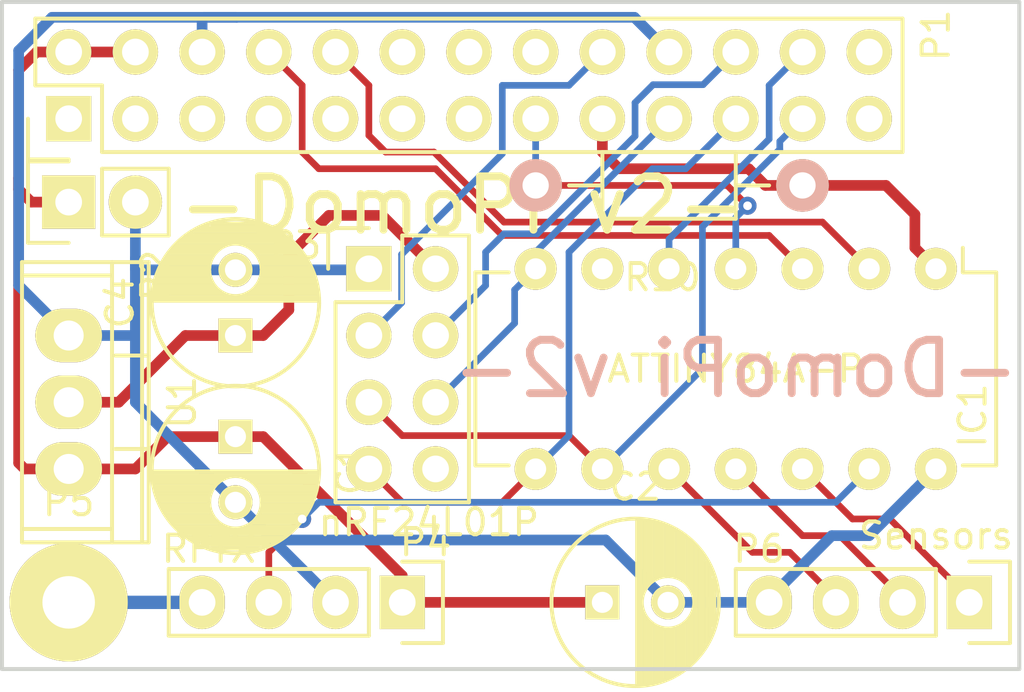
<source format=kicad_pcb>
(kicad_pcb (version 4) (host pcbnew 4.0.2+dfsg1-2~bpo8+1-stable)

  (general
    (links 38)
    (no_connects 2)
    (area 66.841 25.230285 107.439001 54.959)
    (thickness 1.6)
    (drawings 6)
    (tracks 151)
    (zones 0)
    (modules 12)
    (nets 19)
  )

  (page A4)
  (layers
    (0 Top signal)
    (31 Bottom signal)
    (36 B.SilkS user)
    (37 F.SilkS user)
    (38 B.Mask user)
    (39 F.Mask user)
    (42 Eco1.User user hide)
    (43 Eco2.User user hide)
    (44 Edge.Cuts user)
    (48 B.Fab user hide)
    (49 F.Fab user hide)
  )

  (setup
    (last_trace_width 0.254)
    (trace_clearance 0.1524)
    (zone_clearance 0.508)
    (zone_45_only no)
    (trace_min 0.1524)
    (segment_width 0.2)
    (edge_width 0.15)
    (via_size 0.6858)
    (via_drill 0.3302)
    (via_min_size 0.6858)
    (via_min_drill 0.3302)
    (uvia_size 0.762)
    (uvia_drill 0.508)
    (uvias_allowed no)
    (uvia_min_size 0)
    (uvia_min_drill 0)
    (pcb_text_width 0.3)
    (pcb_text_size 1.5 1.5)
    (mod_edge_width 0.15)
    (mod_text_size 1 1)
    (mod_text_width 0.15)
    (pad_size 3 3)
    (pad_drill 2)
    (pad_to_mask_clearance 0.2)
    (aux_axis_origin 0 0)
    (visible_elements FFFFFF7F)
    (pcbplotparams
      (layerselection 0x010f0_80000001)
      (usegerberextensions true)
      (excludeedgelayer true)
      (linewidth 0.100000)
      (plotframeref false)
      (viasonmask false)
      (mode 1)
      (useauxorigin false)
      (hpglpennumber 1)
      (hpglpenspeed 20)
      (hpglpendiameter 15)
      (hpglpenoverlay 2)
      (psnegative false)
      (psa4output false)
      (plotreference true)
      (plotvalue true)
      (plotinvisibletext false)
      (padsonsilk false)
      (subtractmaskfromsilk false)
      (outputformat 1)
      (mirror false)
      (drillshape 0)
      (scaleselection 1)
      (outputdirectory ""))
  )

  (net 0 "")
  (net 1 GND)
  (net 2 +3V3)
  (net 3 +5V)
  (net 4 CE)
  (net 5 SS0)
  (net 6 SCK)
  (net 7 MOSI)
  (net 8 MISO)
  (net 9 /RF433-OUT)
  (net 10 Tiny-RESET)
  (net 11 TX)
  (net 12 SS1)
  (net 13 RX)
  (net 14 /ADC3)
  (net 15 /ADC2)
  (net 16 /ADC1)
  (net 17 /ANT)
  (net 18 /NRF-VCC)

  (net_class Default "This is the default net class."
    (clearance 0.1524)
    (trace_width 0.254)
    (via_dia 0.6858)
    (via_drill 0.3302)
    (uvia_dia 0.762)
    (uvia_drill 0.508)
    (add_net /ADC1)
    (add_net /ADC2)
    (add_net /ADC3)
    (add_net /RF433-OUT)
    (add_net CE)
    (add_net MISO)
    (add_net MOSI)
    (add_net RX)
    (add_net SCK)
    (add_net SS0)
    (add_net SS1)
    (add_net TX)
    (add_net Tiny-RESET)
  )

  (net_class ANT ""
    (clearance 0.254)
    (trace_width 0.508)
    (via_dia 0.6858)
    (via_drill 0.3302)
    (uvia_dia 0.762)
    (uvia_drill 0.508)
    (add_net /ANT)
  )

  (net_class Power ""
    (clearance 0.254)
    (trace_width 0.4064)
    (via_dia 0.6858)
    (via_drill 0.3302)
    (uvia_dia 0.762)
    (uvia_drill 0.508)
    (add_net +3V3)
    (add_net +5V)
    (add_net /NRF-VCC)
    (add_net GND)
  )

  (module Socket_Strips:Socket_Strip_Straight_1x04 (layer Top) (tedit 560CF96E) (tstamp 560BFC1B)
    (at 83.82 48.26 180)
    (descr "Through hole socket strip")
    (tags "socket strip")
    (path /560D0649)
    (fp_text reference P4 (at -0.889 2.286 180) (layer F.SilkS)
      (effects (font (size 1 1) (thickness 0.15)))
    )
    (fp_text value RFTX (at 7.366 2.032 180) (layer F.SilkS)
      (effects (font (size 1 1) (thickness 0.15)))
    )
    (fp_line (start -1.75 -1.75) (end -1.75 1.75) (layer F.CrtYd) (width 0.05))
    (fp_line (start 9.4 -1.75) (end 9.4 1.75) (layer F.CrtYd) (width 0.05))
    (fp_line (start -1.75 -1.75) (end 9.4 -1.75) (layer F.CrtYd) (width 0.05))
    (fp_line (start -1.75 1.75) (end 9.4 1.75) (layer F.CrtYd) (width 0.05))
    (fp_line (start 1.27 -1.27) (end 8.89 -1.27) (layer F.SilkS) (width 0.15))
    (fp_line (start 1.27 1.27) (end 8.89 1.27) (layer F.SilkS) (width 0.15))
    (fp_line (start -1.55 1.55) (end 0 1.55) (layer F.SilkS) (width 0.15))
    (fp_line (start 8.89 -1.27) (end 8.89 1.27) (layer F.SilkS) (width 0.15))
    (fp_line (start 1.27 1.27) (end 1.27 -1.27) (layer F.SilkS) (width 0.15))
    (fp_line (start 0 -1.55) (end -1.55 -1.55) (layer F.SilkS) (width 0.15))
    (fp_line (start -1.55 -1.55) (end -1.55 1.55) (layer F.SilkS) (width 0.15))
    (pad 1 thru_hole rect (at 0 0 180) (size 1.7272 2.032) (drill 1.016) (layers *.Cu *.Mask F.SilkS)
      (net 3 +5V))
    (pad 2 thru_hole oval (at 2.54 0 180) (size 1.7272 2.032) (drill 1.016) (layers *.Cu *.Mask F.SilkS)
      (net 1 GND))
    (pad 3 thru_hole oval (at 5.08 0 180) (size 1.7272 2.032) (drill 1.016) (layers *.Cu *.Mask F.SilkS)
      (net 9 /RF433-OUT))
    (pad 4 thru_hole oval (at 7.62 0 180) (size 1.7272 2.032) (drill 1.016) (layers *.Cu *.Mask F.SilkS)
      (net 17 /ANT))
    (model Socket_Strips.3dshapes/Socket_Strip_Straight_1x04.wrl
      (at (xyz 0.15 0 0))
      (scale (xyz 1 1 1))
      (rotate (xyz 0 0 180))
    )
  )

  (module Pin_Headers:Pin_Header_Straight_1x02 (layer Top) (tedit 560CF25E) (tstamp 560BDFE5)
    (at 71.12 33.02 90)
    (descr "Through hole pin header")
    (tags "pin header")
    (path /560C2BF5)
    (fp_text reference P2 (at -2.794 3.302 90) (layer F.SilkS)
      (effects (font (size 1 1) (thickness 0.15)))
    )
    (fp_text value CONN_01X02 (at 0 -3.1 90) (layer F.Fab) hide
      (effects (font (size 1 1) (thickness 0.15)))
    )
    (fp_line (start 1.27 1.27) (end 1.27 3.81) (layer F.SilkS) (width 0.15))
    (fp_line (start 1.55 -1.55) (end 1.55 0) (layer F.SilkS) (width 0.15))
    (fp_line (start -1.75 -1.75) (end -1.75 4.3) (layer F.CrtYd) (width 0.05))
    (fp_line (start 1.75 -1.75) (end 1.75 4.3) (layer F.CrtYd) (width 0.05))
    (fp_line (start -1.75 -1.75) (end 1.75 -1.75) (layer F.CrtYd) (width 0.05))
    (fp_line (start -1.75 4.3) (end 1.75 4.3) (layer F.CrtYd) (width 0.05))
    (fp_line (start 1.27 1.27) (end -1.27 1.27) (layer F.SilkS) (width 0.15))
    (fp_line (start -1.55 0) (end -1.55 -1.55) (layer F.SilkS) (width 0.15))
    (fp_line (start -1.55 -1.55) (end 1.55 -1.55) (layer F.SilkS) (width 0.15))
    (fp_line (start -1.27 1.27) (end -1.27 3.81) (layer F.SilkS) (width 0.15))
    (fp_line (start -1.27 3.81) (end 1.27 3.81) (layer F.SilkS) (width 0.15))
    (pad 1 thru_hole rect (at 0 0 90) (size 2.032 2.032) (drill 1.016) (layers *.Cu *.Mask F.SilkS)
      (net 3 +5V))
    (pad 2 thru_hole oval (at 0 2.54 90) (size 2.032 2.032) (drill 1.016) (layers *.Cu *.Mask F.SilkS)
      (net 1 GND))
    (model Pin_Headers.3dshapes/Pin_Header_Straight_1x02.wrl
      (at (xyz 0 -0.05 0))
      (scale (xyz 1 1 1))
      (rotate (xyz 0 0 90))
    )
  )

  (module Housings_DIP:DIP-14_W7.62mm (layer Top) (tedit 560CF929) (tstamp 560BE100)
    (at 104.14 35.56 270)
    (descr "14-lead dip package, row spacing 7.62 mm (300 mils)")
    (tags "dil dip 2.54 300")
    (path /560BE23A)
    (fp_text reference IC1 (at 5.588 -1.397 270) (layer F.SilkS)
      (effects (font (size 1 1) (thickness 0.15)))
    )
    (fp_text value ATTINY84A-P (at 3.81 7.62 360) (layer F.SilkS)
      (effects (font (size 1 1) (thickness 0.15)))
    )
    (fp_line (start -1.05 -2.45) (end -1.05 17.7) (layer F.CrtYd) (width 0.05))
    (fp_line (start 8.65 -2.45) (end 8.65 17.7) (layer F.CrtYd) (width 0.05))
    (fp_line (start -1.05 -2.45) (end 8.65 -2.45) (layer F.CrtYd) (width 0.05))
    (fp_line (start -1.05 17.7) (end 8.65 17.7) (layer F.CrtYd) (width 0.05))
    (fp_line (start 0.135 -2.295) (end 0.135 -1.025) (layer F.SilkS) (width 0.15))
    (fp_line (start 7.485 -2.295) (end 7.485 -1.025) (layer F.SilkS) (width 0.15))
    (fp_line (start 7.485 17.535) (end 7.485 16.265) (layer F.SilkS) (width 0.15))
    (fp_line (start 0.135 17.535) (end 0.135 16.265) (layer F.SilkS) (width 0.15))
    (fp_line (start 0.135 -2.295) (end 7.485 -2.295) (layer F.SilkS) (width 0.15))
    (fp_line (start 0.135 17.535) (end 7.485 17.535) (layer F.SilkS) (width 0.15))
    (fp_line (start 0.135 -1.025) (end -0.8 -1.025) (layer F.SilkS) (width 0.15))
    (pad 1 thru_hole oval (at 0 0 270) (size 1.6 1.6) (drill 0.8) (layers *.Cu *.Mask F.SilkS)
      (net 2 +3V3))
    (pad 2 thru_hole oval (at 0 2.54 270) (size 1.6 1.6) (drill 0.8) (layers *.Cu *.Mask F.SilkS)
      (net 13 RX))
    (pad 3 thru_hole oval (at 0 5.08 270) (size 1.6 1.6) (drill 0.8) (layers *.Cu *.Mask F.SilkS)
      (net 11 TX))
    (pad 4 thru_hole oval (at 0 7.62 270) (size 1.6 1.6) (drill 0.8) (layers *.Cu *.Mask F.SilkS)
      (net 10 Tiny-RESET))
    (pad 5 thru_hole oval (at 0 10.16 270) (size 1.6 1.6) (drill 0.8) (layers *.Cu *.Mask F.SilkS)
      (net 12 SS1))
    (pad 6 thru_hole oval (at 0 12.7 270) (size 1.6 1.6) (drill 0.8) (layers *.Cu *.Mask F.SilkS))
    (pad 7 thru_hole oval (at 0 15.24 270) (size 1.6 1.6) (drill 0.8) (layers *.Cu *.Mask F.SilkS)
      (net 7 MOSI))
    (pad 8 thru_hole oval (at 7.62 15.24 270) (size 1.6 1.6) (drill 0.8) (layers *.Cu *.Mask F.SilkS)
      (net 8 MISO))
    (pad 9 thru_hole oval (at 7.62 12.7 270) (size 1.6 1.6) (drill 0.8) (layers *.Cu *.Mask F.SilkS)
      (net 6 SCK))
    (pad 10 thru_hole oval (at 7.62 10.16 270) (size 1.6 1.6) (drill 0.8) (layers *.Cu *.Mask F.SilkS)
      (net 14 /ADC3))
    (pad 11 thru_hole oval (at 7.62 7.62 270) (size 1.6 1.6) (drill 0.8) (layers *.Cu *.Mask F.SilkS)
      (net 15 /ADC2))
    (pad 12 thru_hole oval (at 7.62 5.08 270) (size 1.6 1.6) (drill 0.8) (layers *.Cu *.Mask F.SilkS)
      (net 16 /ADC1))
    (pad 13 thru_hole oval (at 7.62 2.54 270) (size 1.6 1.6) (drill 0.8) (layers *.Cu *.Mask F.SilkS)
      (net 9 /RF433-OUT))
    (pad 14 thru_hole oval (at 7.62 0 270) (size 1.6 1.6) (drill 0.8) (layers *.Cu *.Mask F.SilkS)
      (net 1 GND))
    (model Housings_DIP.3dshapes/DIP-14_W7.62mm.wrl
      (at (xyz 0 0 0))
      (scale (xyz 1 1 1))
      (rotate (xyz 0 0 0))
    )
  )

  (module Pin_Headers:Pin_Header_Straight_2x04 (layer Top) (tedit 560CF95F) (tstamp 560BFE6B)
    (at 82.55 35.56)
    (descr "Through hole pin header")
    (tags "pin header")
    (path /560BE537)
    (fp_text reference P3 (at -2.794 -0.889) (layer F.SilkS)
      (effects (font (size 1 1) (thickness 0.15)))
    )
    (fp_text value nRF24L01P (at 2.286 9.652) (layer F.SilkS)
      (effects (font (size 1 1) (thickness 0.15)))
    )
    (fp_line (start -1.75 -1.75) (end -1.75 9.4) (layer F.CrtYd) (width 0.05))
    (fp_line (start 4.3 -1.75) (end 4.3 9.4) (layer F.CrtYd) (width 0.05))
    (fp_line (start -1.75 -1.75) (end 4.3 -1.75) (layer F.CrtYd) (width 0.05))
    (fp_line (start -1.75 9.4) (end 4.3 9.4) (layer F.CrtYd) (width 0.05))
    (fp_line (start -1.27 1.27) (end -1.27 8.89) (layer F.SilkS) (width 0.15))
    (fp_line (start -1.27 8.89) (end 3.81 8.89) (layer F.SilkS) (width 0.15))
    (fp_line (start 3.81 8.89) (end 3.81 -1.27) (layer F.SilkS) (width 0.15))
    (fp_line (start 3.81 -1.27) (end 1.27 -1.27) (layer F.SilkS) (width 0.15))
    (fp_line (start 0 -1.55) (end -1.55 -1.55) (layer F.SilkS) (width 0.15))
    (fp_line (start 1.27 -1.27) (end 1.27 1.27) (layer F.SilkS) (width 0.15))
    (fp_line (start 1.27 1.27) (end -1.27 1.27) (layer F.SilkS) (width 0.15))
    (fp_line (start -1.55 -1.55) (end -1.55 0) (layer F.SilkS) (width 0.15))
    (pad 1 thru_hole rect (at 0 0) (size 1.7272 1.7272) (drill 1.016) (layers *.Cu *.Mask F.SilkS)
      (net 1 GND))
    (pad 2 thru_hole oval (at 2.54 0) (size 1.7272 1.7272) (drill 1.016) (layers *.Cu *.Mask F.SilkS)
      (net 18 /NRF-VCC))
    (pad 3 thru_hole oval (at 0 2.54) (size 1.7272 1.7272) (drill 1.016) (layers *.Cu *.Mask F.SilkS)
      (net 4 CE))
    (pad 4 thru_hole oval (at 2.54 2.54) (size 1.7272 1.7272) (drill 1.016) (layers *.Cu *.Mask F.SilkS)
      (net 5 SS0))
    (pad 5 thru_hole oval (at 0 5.08) (size 1.7272 1.7272) (drill 1.016) (layers *.Cu *.Mask F.SilkS)
      (net 6 SCK))
    (pad 6 thru_hole oval (at 2.54 5.08) (size 1.7272 1.7272) (drill 1.016) (layers *.Cu *.Mask F.SilkS)
      (net 7 MOSI))
    (pad 7 thru_hole oval (at 0 7.62) (size 1.7272 1.7272) (drill 1.016) (layers *.Cu *.Mask F.SilkS)
      (net 8 MISO))
    (pad 8 thru_hole oval (at 2.54 7.62) (size 1.7272 1.7272) (drill 1.016) (layers *.Cu *.Mask F.SilkS))
    (model Pin_Headers.3dshapes/Pin_Header_Straight_2x04.wrl
      (at (xyz 0.05 -0.15 0))
      (scale (xyz 1 1 1))
      (rotate (xyz 0 0 90))
    )
  )

  (module Socket_Strips:Socket_Strip_Straight_1x04 (layer Top) (tedit 560CF964) (tstamp 560CDEF5)
    (at 105.41 48.26 180)
    (descr "Through hole socket strip")
    (tags "socket strip")
    (path /560CF763)
    (fp_text reference P6 (at 8.001 2.032 180) (layer F.SilkS)
      (effects (font (size 1 1) (thickness 0.15)))
    )
    (fp_text value Sensors (at 1.27 2.54 180) (layer F.SilkS)
      (effects (font (size 1 1) (thickness 0.15)))
    )
    (fp_line (start -1.75 -1.75) (end -1.75 1.75) (layer F.CrtYd) (width 0.05))
    (fp_line (start 9.4 -1.75) (end 9.4 1.75) (layer F.CrtYd) (width 0.05))
    (fp_line (start -1.75 -1.75) (end 9.4 -1.75) (layer F.CrtYd) (width 0.05))
    (fp_line (start -1.75 1.75) (end 9.4 1.75) (layer F.CrtYd) (width 0.05))
    (fp_line (start 1.27 -1.27) (end 8.89 -1.27) (layer F.SilkS) (width 0.15))
    (fp_line (start 1.27 1.27) (end 8.89 1.27) (layer F.SilkS) (width 0.15))
    (fp_line (start -1.55 1.55) (end 0 1.55) (layer F.SilkS) (width 0.15))
    (fp_line (start 8.89 -1.27) (end 8.89 1.27) (layer F.SilkS) (width 0.15))
    (fp_line (start 1.27 1.27) (end 1.27 -1.27) (layer F.SilkS) (width 0.15))
    (fp_line (start 0 -1.55) (end -1.55 -1.55) (layer F.SilkS) (width 0.15))
    (fp_line (start -1.55 -1.55) (end -1.55 1.55) (layer F.SilkS) (width 0.15))
    (pad 1 thru_hole rect (at 0 0 180) (size 1.7272 2.032) (drill 1.016) (layers *.Cu *.Mask F.SilkS)
      (net 16 /ADC1))
    (pad 2 thru_hole oval (at 2.54 0 180) (size 1.7272 2.032) (drill 1.016) (layers *.Cu *.Mask F.SilkS)
      (net 15 /ADC2))
    (pad 3 thru_hole oval (at 5.08 0 180) (size 1.7272 2.032) (drill 1.016) (layers *.Cu *.Mask F.SilkS)
      (net 14 /ADC3))
    (pad 4 thru_hole oval (at 7.62 0 180) (size 1.7272 2.032) (drill 1.016) (layers *.Cu *.Mask F.SilkS)
      (net 1 GND))
    (model Socket_Strips.3dshapes/Socket_Strip_Straight_1x04.wrl
      (at (xyz 0.15 0 0))
      (scale (xyz 1 1 1))
      (rotate (xyz 0 0 180))
    )
  )

  (module Wire_Pads:SolderWirePad_single_2mmDrill (layer Top) (tedit 0) (tstamp 56B89E15)
    (at 71.12 48.26)
    (path /560D11E1)
    (fp_text reference P5 (at 0 -3.81) (layer F.SilkS)
      (effects (font (size 1 1) (thickness 0.15)))
    )
    (fp_text value ANT (at -0.635 3.81) (layer F.Fab)
      (effects (font (size 1 1) (thickness 0.15)))
    )
    (pad 1 thru_hole circle (at 0 0) (size 4.50088 4.50088) (drill 1.99898) (layers *.Cu *.Mask F.SilkS)
      (net 17 /ANT))
  )

  (module Capacitors_ThroughHole:C_Radial_D6.3_L11.2_P2.5 (layer Top) (tedit 0) (tstamp 56F5415F)
    (at 77.47 41.95 270)
    (descr "Radial Electrolytic Capacitor, Diameter 6.3mm x Length 11.2mm, Pitch 2.5mm")
    (tags "Electrolytic Capacitor")
    (path /56F554DF)
    (fp_text reference C1 (at 1.25 -4.4 270) (layer F.SilkS)
      (effects (font (size 1 1) (thickness 0.15)))
    )
    (fp_text value 0.47u (at 1.25 4.4 270) (layer F.Fab)
      (effects (font (size 1 1) (thickness 0.15)))
    )
    (fp_line (start 1.325 -3.149) (end 1.325 3.149) (layer F.SilkS) (width 0.15))
    (fp_line (start 1.465 -3.143) (end 1.465 3.143) (layer F.SilkS) (width 0.15))
    (fp_line (start 1.605 -3.13) (end 1.605 -0.446) (layer F.SilkS) (width 0.15))
    (fp_line (start 1.605 0.446) (end 1.605 3.13) (layer F.SilkS) (width 0.15))
    (fp_line (start 1.745 -3.111) (end 1.745 -0.656) (layer F.SilkS) (width 0.15))
    (fp_line (start 1.745 0.656) (end 1.745 3.111) (layer F.SilkS) (width 0.15))
    (fp_line (start 1.885 -3.085) (end 1.885 -0.789) (layer F.SilkS) (width 0.15))
    (fp_line (start 1.885 0.789) (end 1.885 3.085) (layer F.SilkS) (width 0.15))
    (fp_line (start 2.025 -3.053) (end 2.025 -0.88) (layer F.SilkS) (width 0.15))
    (fp_line (start 2.025 0.88) (end 2.025 3.053) (layer F.SilkS) (width 0.15))
    (fp_line (start 2.165 -3.014) (end 2.165 -0.942) (layer F.SilkS) (width 0.15))
    (fp_line (start 2.165 0.942) (end 2.165 3.014) (layer F.SilkS) (width 0.15))
    (fp_line (start 2.305 -2.968) (end 2.305 -0.981) (layer F.SilkS) (width 0.15))
    (fp_line (start 2.305 0.981) (end 2.305 2.968) (layer F.SilkS) (width 0.15))
    (fp_line (start 2.445 -2.915) (end 2.445 -0.998) (layer F.SilkS) (width 0.15))
    (fp_line (start 2.445 0.998) (end 2.445 2.915) (layer F.SilkS) (width 0.15))
    (fp_line (start 2.585 -2.853) (end 2.585 -0.996) (layer F.SilkS) (width 0.15))
    (fp_line (start 2.585 0.996) (end 2.585 2.853) (layer F.SilkS) (width 0.15))
    (fp_line (start 2.725 -2.783) (end 2.725 -0.974) (layer F.SilkS) (width 0.15))
    (fp_line (start 2.725 0.974) (end 2.725 2.783) (layer F.SilkS) (width 0.15))
    (fp_line (start 2.865 -2.704) (end 2.865 -0.931) (layer F.SilkS) (width 0.15))
    (fp_line (start 2.865 0.931) (end 2.865 2.704) (layer F.SilkS) (width 0.15))
    (fp_line (start 3.005 -2.616) (end 3.005 -0.863) (layer F.SilkS) (width 0.15))
    (fp_line (start 3.005 0.863) (end 3.005 2.616) (layer F.SilkS) (width 0.15))
    (fp_line (start 3.145 -2.516) (end 3.145 -0.764) (layer F.SilkS) (width 0.15))
    (fp_line (start 3.145 0.764) (end 3.145 2.516) (layer F.SilkS) (width 0.15))
    (fp_line (start 3.285 -2.404) (end 3.285 -0.619) (layer F.SilkS) (width 0.15))
    (fp_line (start 3.285 0.619) (end 3.285 2.404) (layer F.SilkS) (width 0.15))
    (fp_line (start 3.425 -2.279) (end 3.425 -0.38) (layer F.SilkS) (width 0.15))
    (fp_line (start 3.425 0.38) (end 3.425 2.279) (layer F.SilkS) (width 0.15))
    (fp_line (start 3.565 -2.136) (end 3.565 2.136) (layer F.SilkS) (width 0.15))
    (fp_line (start 3.705 -1.974) (end 3.705 1.974) (layer F.SilkS) (width 0.15))
    (fp_line (start 3.845 -1.786) (end 3.845 1.786) (layer F.SilkS) (width 0.15))
    (fp_line (start 3.985 -1.563) (end 3.985 1.563) (layer F.SilkS) (width 0.15))
    (fp_line (start 4.125 -1.287) (end 4.125 1.287) (layer F.SilkS) (width 0.15))
    (fp_line (start 4.265 -0.912) (end 4.265 0.912) (layer F.SilkS) (width 0.15))
    (fp_circle (center 2.5 0) (end 2.5 -1) (layer F.SilkS) (width 0.15))
    (fp_circle (center 1.25 0) (end 1.25 -3.1875) (layer F.SilkS) (width 0.15))
    (fp_circle (center 1.25 0) (end 1.25 -3.4) (layer F.CrtYd) (width 0.05))
    (pad 2 thru_hole circle (at 2.5 0 270) (size 1.3 1.3) (drill 0.8) (layers *.Cu *.Mask F.SilkS)
      (net 1 GND))
    (pad 1 thru_hole rect (at 0 0 270) (size 1.3 1.3) (drill 0.8) (layers *.Cu *.Mask F.SilkS)
      (net 3 +5V))
    (model Capacitors_ThroughHole.3dshapes/C_Radial_D6.3_L11.2_P2.5.wrl
      (at (xyz 0 0 0))
      (scale (xyz 1 1 1))
      (rotate (xyz 0 0 0))
    )
  )

  (module Capacitors_ThroughHole:C_Radial_D6.3_L11.2_P2.5 (layer Top) (tedit 0) (tstamp 56F54165)
    (at 77.47 38.1 90)
    (descr "Radial Electrolytic Capacitor, Diameter 6.3mm x Length 11.2mm, Pitch 2.5mm")
    (tags "Electrolytic Capacitor")
    (path /560D0C56)
    (fp_text reference C4 (at 1.25 -4.4 90) (layer F.SilkS)
      (effects (font (size 1 1) (thickness 0.15)))
    )
    (fp_text value 33u (at 1.25 4.4 90) (layer F.Fab)
      (effects (font (size 1 1) (thickness 0.15)))
    )
    (fp_line (start 1.325 -3.149) (end 1.325 3.149) (layer F.SilkS) (width 0.15))
    (fp_line (start 1.465 -3.143) (end 1.465 3.143) (layer F.SilkS) (width 0.15))
    (fp_line (start 1.605 -3.13) (end 1.605 -0.446) (layer F.SilkS) (width 0.15))
    (fp_line (start 1.605 0.446) (end 1.605 3.13) (layer F.SilkS) (width 0.15))
    (fp_line (start 1.745 -3.111) (end 1.745 -0.656) (layer F.SilkS) (width 0.15))
    (fp_line (start 1.745 0.656) (end 1.745 3.111) (layer F.SilkS) (width 0.15))
    (fp_line (start 1.885 -3.085) (end 1.885 -0.789) (layer F.SilkS) (width 0.15))
    (fp_line (start 1.885 0.789) (end 1.885 3.085) (layer F.SilkS) (width 0.15))
    (fp_line (start 2.025 -3.053) (end 2.025 -0.88) (layer F.SilkS) (width 0.15))
    (fp_line (start 2.025 0.88) (end 2.025 3.053) (layer F.SilkS) (width 0.15))
    (fp_line (start 2.165 -3.014) (end 2.165 -0.942) (layer F.SilkS) (width 0.15))
    (fp_line (start 2.165 0.942) (end 2.165 3.014) (layer F.SilkS) (width 0.15))
    (fp_line (start 2.305 -2.968) (end 2.305 -0.981) (layer F.SilkS) (width 0.15))
    (fp_line (start 2.305 0.981) (end 2.305 2.968) (layer F.SilkS) (width 0.15))
    (fp_line (start 2.445 -2.915) (end 2.445 -0.998) (layer F.SilkS) (width 0.15))
    (fp_line (start 2.445 0.998) (end 2.445 2.915) (layer F.SilkS) (width 0.15))
    (fp_line (start 2.585 -2.853) (end 2.585 -0.996) (layer F.SilkS) (width 0.15))
    (fp_line (start 2.585 0.996) (end 2.585 2.853) (layer F.SilkS) (width 0.15))
    (fp_line (start 2.725 -2.783) (end 2.725 -0.974) (layer F.SilkS) (width 0.15))
    (fp_line (start 2.725 0.974) (end 2.725 2.783) (layer F.SilkS) (width 0.15))
    (fp_line (start 2.865 -2.704) (end 2.865 -0.931) (layer F.SilkS) (width 0.15))
    (fp_line (start 2.865 0.931) (end 2.865 2.704) (layer F.SilkS) (width 0.15))
    (fp_line (start 3.005 -2.616) (end 3.005 -0.863) (layer F.SilkS) (width 0.15))
    (fp_line (start 3.005 0.863) (end 3.005 2.616) (layer F.SilkS) (width 0.15))
    (fp_line (start 3.145 -2.516) (end 3.145 -0.764) (layer F.SilkS) (width 0.15))
    (fp_line (start 3.145 0.764) (end 3.145 2.516) (layer F.SilkS) (width 0.15))
    (fp_line (start 3.285 -2.404) (end 3.285 -0.619) (layer F.SilkS) (width 0.15))
    (fp_line (start 3.285 0.619) (end 3.285 2.404) (layer F.SilkS) (width 0.15))
    (fp_line (start 3.425 -2.279) (end 3.425 -0.38) (layer F.SilkS) (width 0.15))
    (fp_line (start 3.425 0.38) (end 3.425 2.279) (layer F.SilkS) (width 0.15))
    (fp_line (start 3.565 -2.136) (end 3.565 2.136) (layer F.SilkS) (width 0.15))
    (fp_line (start 3.705 -1.974) (end 3.705 1.974) (layer F.SilkS) (width 0.15))
    (fp_line (start 3.845 -1.786) (end 3.845 1.786) (layer F.SilkS) (width 0.15))
    (fp_line (start 3.985 -1.563) (end 3.985 1.563) (layer F.SilkS) (width 0.15))
    (fp_line (start 4.125 -1.287) (end 4.125 1.287) (layer F.SilkS) (width 0.15))
    (fp_line (start 4.265 -0.912) (end 4.265 0.912) (layer F.SilkS) (width 0.15))
    (fp_circle (center 2.5 0) (end 2.5 -1) (layer F.SilkS) (width 0.15))
    (fp_circle (center 1.25 0) (end 1.25 -3.1875) (layer F.SilkS) (width 0.15))
    (fp_circle (center 1.25 0) (end 1.25 -3.4) (layer F.CrtYd) (width 0.05))
    (pad 2 thru_hole circle (at 2.5 0 90) (size 1.3 1.3) (drill 0.8) (layers *.Cu *.Mask F.SilkS)
      (net 1 GND))
    (pad 1 thru_hole rect (at 0 0 90) (size 1.3 1.3) (drill 0.8) (layers *.Cu *.Mask F.SilkS)
      (net 18 /NRF-VCC))
    (model Capacitors_ThroughHole.3dshapes/C_Radial_D6.3_L11.2_P2.5.wrl
      (at (xyz 0 0 0))
      (scale (xyz 1 1 1))
      (rotate (xyz 0 0 0))
    )
  )

  (module Power_Integrations:TO-220 (layer Top) (tedit 0) (tstamp 56F5418D)
    (at 71.12 40.64 270)
    (descr "Non Isolated JEDEC TO-220 Package")
    (tags "Power Integration YN Package")
    (path /56F54C12)
    (fp_text reference U1 (at 0 -4.318 270) (layer F.SilkS)
      (effects (font (size 1 1) (thickness 0.15)))
    )
    (fp_text value LM3940IT-3.3 (at 0 -4.318 270) (layer F.Fab)
      (effects (font (size 1 1) (thickness 0.15)))
    )
    (fp_line (start 4.826 -1.651) (end 4.826 1.778) (layer F.SilkS) (width 0.15))
    (fp_line (start -4.826 -1.651) (end -4.826 1.778) (layer F.SilkS) (width 0.15))
    (fp_line (start 5.334 -2.794) (end -5.334 -2.794) (layer F.SilkS) (width 0.15))
    (fp_line (start 1.778 -1.778) (end 1.778 -3.048) (layer F.SilkS) (width 0.15))
    (fp_line (start -1.778 -1.778) (end -1.778 -3.048) (layer F.SilkS) (width 0.15))
    (fp_line (start -5.334 -1.651) (end 5.334 -1.651) (layer F.SilkS) (width 0.15))
    (fp_line (start 5.334 1.778) (end -5.334 1.778) (layer F.SilkS) (width 0.15))
    (fp_line (start -5.334 -3.048) (end -5.334 1.778) (layer F.SilkS) (width 0.15))
    (fp_line (start 5.334 -3.048) (end 5.334 1.778) (layer F.SilkS) (width 0.15))
    (fp_line (start 5.334 -3.048) (end -5.334 -3.048) (layer F.SilkS) (width 0.15))
    (pad 2 thru_hole oval (at 0 0 270) (size 2.032 2.54) (drill 1.143) (layers *.Cu *.Mask F.SilkS)
      (net 18 /NRF-VCC))
    (pad 3 thru_hole oval (at 2.54 0 270) (size 2.032 2.54) (drill 1.143) (layers *.Cu *.Mask F.SilkS)
      (net 3 +5V))
    (pad 1 thru_hole oval (at -2.54 0 270) (size 2.032 2.54) (drill 1.143) (layers *.Cu *.Mask F.SilkS)
      (net 1 GND))
  )

  (module Capacitors_ThroughHole:C_Radial_D6.3_L11.2_P2.5 (layer Top) (tedit 0) (tstamp 56F54544)
    (at 91.44 48.26)
    (descr "Radial Electrolytic Capacitor, Diameter 6.3mm x Length 11.2mm, Pitch 2.5mm")
    (tags "Electrolytic Capacitor")
    (path /56F57B33)
    (fp_text reference C2 (at 1.25 -4.4) (layer F.SilkS)
      (effects (font (size 1 1) (thickness 0.15)))
    )
    (fp_text value 10u (at 1.25 4.4) (layer F.Fab)
      (effects (font (size 1 1) (thickness 0.15)))
    )
    (fp_line (start 1.325 -3.149) (end 1.325 3.149) (layer F.SilkS) (width 0.15))
    (fp_line (start 1.465 -3.143) (end 1.465 3.143) (layer F.SilkS) (width 0.15))
    (fp_line (start 1.605 -3.13) (end 1.605 -0.446) (layer F.SilkS) (width 0.15))
    (fp_line (start 1.605 0.446) (end 1.605 3.13) (layer F.SilkS) (width 0.15))
    (fp_line (start 1.745 -3.111) (end 1.745 -0.656) (layer F.SilkS) (width 0.15))
    (fp_line (start 1.745 0.656) (end 1.745 3.111) (layer F.SilkS) (width 0.15))
    (fp_line (start 1.885 -3.085) (end 1.885 -0.789) (layer F.SilkS) (width 0.15))
    (fp_line (start 1.885 0.789) (end 1.885 3.085) (layer F.SilkS) (width 0.15))
    (fp_line (start 2.025 -3.053) (end 2.025 -0.88) (layer F.SilkS) (width 0.15))
    (fp_line (start 2.025 0.88) (end 2.025 3.053) (layer F.SilkS) (width 0.15))
    (fp_line (start 2.165 -3.014) (end 2.165 -0.942) (layer F.SilkS) (width 0.15))
    (fp_line (start 2.165 0.942) (end 2.165 3.014) (layer F.SilkS) (width 0.15))
    (fp_line (start 2.305 -2.968) (end 2.305 -0.981) (layer F.SilkS) (width 0.15))
    (fp_line (start 2.305 0.981) (end 2.305 2.968) (layer F.SilkS) (width 0.15))
    (fp_line (start 2.445 -2.915) (end 2.445 -0.998) (layer F.SilkS) (width 0.15))
    (fp_line (start 2.445 0.998) (end 2.445 2.915) (layer F.SilkS) (width 0.15))
    (fp_line (start 2.585 -2.853) (end 2.585 -0.996) (layer F.SilkS) (width 0.15))
    (fp_line (start 2.585 0.996) (end 2.585 2.853) (layer F.SilkS) (width 0.15))
    (fp_line (start 2.725 -2.783) (end 2.725 -0.974) (layer F.SilkS) (width 0.15))
    (fp_line (start 2.725 0.974) (end 2.725 2.783) (layer F.SilkS) (width 0.15))
    (fp_line (start 2.865 -2.704) (end 2.865 -0.931) (layer F.SilkS) (width 0.15))
    (fp_line (start 2.865 0.931) (end 2.865 2.704) (layer F.SilkS) (width 0.15))
    (fp_line (start 3.005 -2.616) (end 3.005 -0.863) (layer F.SilkS) (width 0.15))
    (fp_line (start 3.005 0.863) (end 3.005 2.616) (layer F.SilkS) (width 0.15))
    (fp_line (start 3.145 -2.516) (end 3.145 -0.764) (layer F.SilkS) (width 0.15))
    (fp_line (start 3.145 0.764) (end 3.145 2.516) (layer F.SilkS) (width 0.15))
    (fp_line (start 3.285 -2.404) (end 3.285 -0.619) (layer F.SilkS) (width 0.15))
    (fp_line (start 3.285 0.619) (end 3.285 2.404) (layer F.SilkS) (width 0.15))
    (fp_line (start 3.425 -2.279) (end 3.425 -0.38) (layer F.SilkS) (width 0.15))
    (fp_line (start 3.425 0.38) (end 3.425 2.279) (layer F.SilkS) (width 0.15))
    (fp_line (start 3.565 -2.136) (end 3.565 2.136) (layer F.SilkS) (width 0.15))
    (fp_line (start 3.705 -1.974) (end 3.705 1.974) (layer F.SilkS) (width 0.15))
    (fp_line (start 3.845 -1.786) (end 3.845 1.786) (layer F.SilkS) (width 0.15))
    (fp_line (start 3.985 -1.563) (end 3.985 1.563) (layer F.SilkS) (width 0.15))
    (fp_line (start 4.125 -1.287) (end 4.125 1.287) (layer F.SilkS) (width 0.15))
    (fp_line (start 4.265 -0.912) (end 4.265 0.912) (layer F.SilkS) (width 0.15))
    (fp_circle (center 2.5 0) (end 2.5 -1) (layer F.SilkS) (width 0.15))
    (fp_circle (center 1.25 0) (end 1.25 -3.1875) (layer F.SilkS) (width 0.15))
    (fp_circle (center 1.25 0) (end 1.25 -3.4) (layer F.CrtYd) (width 0.05))
    (pad 2 thru_hole circle (at 2.5 0) (size 1.3 1.3) (drill 0.8) (layers *.Cu *.Mask F.SilkS)
      (net 1 GND))
    (pad 1 thru_hole rect (at 0 0) (size 1.3 1.3) (drill 0.8) (layers *.Cu *.Mask F.SilkS)
      (net 3 +5V))
    (model Capacitors_ThroughHole.3dshapes/C_Radial_D6.3_L11.2_P2.5.wrl
      (at (xyz 0 0 0))
      (scale (xyz 1 1 1))
      (rotate (xyz 0 0 0))
    )
  )

  (module Resistors_ThroughHole:Resistor_Horizontal_RM10mm (layer Top) (tedit 56648415) (tstamp 56F54A9A)
    (at 99.06 32.385 180)
    (descr "Resistor, Axial,  RM 10mm, 1/3W")
    (tags "Resistor Axial RM 10mm 1/3W")
    (path /560CAD51)
    (fp_text reference R10 (at 5.32892 -3.50012 180) (layer F.SilkS)
      (effects (font (size 1 1) (thickness 0.15)))
    )
    (fp_text value 4.7k (at 5.08 3.81 180) (layer F.Fab)
      (effects (font (size 1 1) (thickness 0.15)))
    )
    (fp_line (start -1.25 -1.5) (end 11.4 -1.5) (layer F.CrtYd) (width 0.05))
    (fp_line (start -1.25 1.5) (end -1.25 -1.5) (layer F.CrtYd) (width 0.05))
    (fp_line (start 11.4 -1.5) (end 11.4 1.5) (layer F.CrtYd) (width 0.05))
    (fp_line (start -1.25 1.5) (end 11.4 1.5) (layer F.CrtYd) (width 0.05))
    (fp_line (start 2.54 -1.27) (end 7.62 -1.27) (layer F.SilkS) (width 0.15))
    (fp_line (start 7.62 -1.27) (end 7.62 1.27) (layer F.SilkS) (width 0.15))
    (fp_line (start 7.62 1.27) (end 2.54 1.27) (layer F.SilkS) (width 0.15))
    (fp_line (start 2.54 1.27) (end 2.54 -1.27) (layer F.SilkS) (width 0.15))
    (fp_line (start 2.54 0) (end 1.27 0) (layer F.SilkS) (width 0.15))
    (fp_line (start 7.62 0) (end 8.89 0) (layer F.SilkS) (width 0.15))
    (pad 1 thru_hole circle (at 0 0 180) (size 1.99898 1.99898) (drill 1.00076) (layers *.Cu *.SilkS *.Mask)
      (net 2 +3V3))
    (pad 2 thru_hole circle (at 10.16 0 180) (size 1.99898 1.99898) (drill 1.00076) (layers *.Cu *.SilkS *.Mask)
      (net 10 Tiny-RESET))
    (model Resistors_ThroughHole.3dshapes/Resistor_Horizontal_RM10mm.wrl
      (at (xyz 0 0 0))
      (scale (xyz 0.4 0.4 0.4))
      (rotate (xyz 0 0 0))
    )
  )

  (module Pin_Headers:Pin_Header_Straight_2x13 (layer Top) (tedit 0) (tstamp 56FA4436)
    (at 71.12 29.845 90)
    (descr "Through hole pin header")
    (tags "pin header")
    (path /56F54504)
    (fp_text reference P1 (at 3.175 33.02 90) (layer F.SilkS)
      (effects (font (size 1 1) (thickness 0.15)))
    )
    (fp_text value RASPBERRY (at 0 -3.1 90) (layer F.Fab)
      (effects (font (size 1 1) (thickness 0.15)))
    )
    (fp_line (start -1.75 -1.75) (end -1.75 32.25) (layer F.CrtYd) (width 0.05))
    (fp_line (start 4.3 -1.75) (end 4.3 32.25) (layer F.CrtYd) (width 0.05))
    (fp_line (start -1.75 -1.75) (end 4.3 -1.75) (layer F.CrtYd) (width 0.05))
    (fp_line (start -1.75 32.25) (end 4.3 32.25) (layer F.CrtYd) (width 0.05))
    (fp_line (start 3.81 -1.27) (end 3.81 31.75) (layer F.SilkS) (width 0.15))
    (fp_line (start -1.27 1.27) (end -1.27 31.75) (layer F.SilkS) (width 0.15))
    (fp_line (start 3.81 31.75) (end -1.27 31.75) (layer F.SilkS) (width 0.15))
    (fp_line (start 3.81 -1.27) (end 1.27 -1.27) (layer F.SilkS) (width 0.15))
    (fp_line (start 0 -1.55) (end -1.55 -1.55) (layer F.SilkS) (width 0.15))
    (fp_line (start 1.27 -1.27) (end 1.27 1.27) (layer F.SilkS) (width 0.15))
    (fp_line (start 1.27 1.27) (end -1.27 1.27) (layer F.SilkS) (width 0.15))
    (fp_line (start -1.55 -1.55) (end -1.55 0) (layer F.SilkS) (width 0.15))
    (pad 1 thru_hole rect (at 0 0 90) (size 1.7272 1.7272) (drill 1.016) (layers *.Cu *.Mask F.SilkS))
    (pad 2 thru_hole oval (at 2.54 0 90) (size 1.7272 1.7272) (drill 1.016) (layers *.Cu *.Mask F.SilkS)
      (net 3 +5V))
    (pad 3 thru_hole oval (at 0 2.54 90) (size 1.7272 1.7272) (drill 1.016) (layers *.Cu *.Mask F.SilkS))
    (pad 4 thru_hole oval (at 2.54 2.54 90) (size 1.7272 1.7272) (drill 1.016) (layers *.Cu *.Mask F.SilkS)
      (net 3 +5V))
    (pad 5 thru_hole oval (at 0 5.08 90) (size 1.7272 1.7272) (drill 1.016) (layers *.Cu *.Mask F.SilkS))
    (pad 6 thru_hole oval (at 2.54 5.08 90) (size 1.7272 1.7272) (drill 1.016) (layers *.Cu *.Mask F.SilkS)
      (net 1 GND))
    (pad 7 thru_hole oval (at 0 7.62 90) (size 1.7272 1.7272) (drill 1.016) (layers *.Cu *.Mask F.SilkS))
    (pad 8 thru_hole oval (at 2.54 7.62 90) (size 1.7272 1.7272) (drill 1.016) (layers *.Cu *.Mask F.SilkS)
      (net 11 TX))
    (pad 9 thru_hole oval (at 0 10.16 90) (size 1.7272 1.7272) (drill 1.016) (layers *.Cu *.Mask F.SilkS))
    (pad 10 thru_hole oval (at 2.54 10.16 90) (size 1.7272 1.7272) (drill 1.016) (layers *.Cu *.Mask F.SilkS)
      (net 13 RX))
    (pad 11 thru_hole oval (at 0 12.7 90) (size 1.7272 1.7272) (drill 1.016) (layers *.Cu *.Mask F.SilkS))
    (pad 12 thru_hole oval (at 2.54 12.7 90) (size 1.7272 1.7272) (drill 1.016) (layers *.Cu *.Mask F.SilkS))
    (pad 13 thru_hole oval (at 0 15.24 90) (size 1.7272 1.7272) (drill 1.016) (layers *.Cu *.Mask F.SilkS))
    (pad 14 thru_hole oval (at 2.54 15.24 90) (size 1.7272 1.7272) (drill 1.016) (layers *.Cu *.Mask F.SilkS))
    (pad 15 thru_hole oval (at 0 17.78 90) (size 1.7272 1.7272) (drill 1.016) (layers *.Cu *.Mask F.SilkS)
      (net 10 Tiny-RESET))
    (pad 16 thru_hole oval (at 2.54 17.78 90) (size 1.7272 1.7272) (drill 1.016) (layers *.Cu *.Mask F.SilkS))
    (pad 17 thru_hole oval (at 0 20.32 90) (size 1.7272 1.7272) (drill 1.016) (layers *.Cu *.Mask F.SilkS)
      (net 2 +3V3))
    (pad 18 thru_hole oval (at 2.54 20.32 90) (size 1.7272 1.7272) (drill 1.016) (layers *.Cu *.Mask F.SilkS)
      (net 4 CE))
    (pad 19 thru_hole oval (at 0 22.86 90) (size 1.7272 1.7272) (drill 1.016) (layers *.Cu *.Mask F.SilkS)
      (net 7 MOSI))
    (pad 20 thru_hole oval (at 2.54 22.86 90) (size 1.7272 1.7272) (drill 1.016) (layers *.Cu *.Mask F.SilkS)
      (net 1 GND))
    (pad 21 thru_hole oval (at 0 25.4 90) (size 1.7272 1.7272) (drill 1.016) (layers *.Cu *.Mask F.SilkS)
      (net 8 MISO))
    (pad 22 thru_hole oval (at 2.54 25.4 90) (size 1.7272 1.7272) (drill 1.016) (layers *.Cu *.Mask F.SilkS)
      (net 5 SS0))
    (pad 23 thru_hole oval (at 0 27.94 90) (size 1.7272 1.7272) (drill 1.016) (layers *.Cu *.Mask F.SilkS)
      (net 6 SCK))
    (pad 24 thru_hole oval (at 2.54 27.94 90) (size 1.7272 1.7272) (drill 1.016) (layers *.Cu *.Mask F.SilkS)
      (net 12 SS1))
    (pad 25 thru_hole oval (at 0 30.48 90) (size 1.7272 1.7272) (drill 1.016) (layers *.Cu *.Mask F.SilkS))
    (pad 26 thru_hole oval (at 2.54 30.48 90) (size 1.7272 1.7272) (drill 1.016) (layers *.Cu *.Mask F.SilkS))
    (model Pin_Headers.3dshapes/Pin_Header_Straight_2x13.wrl
      (at (xyz 0.05 -0.6 0))
      (scale (xyz 1 1 1))
      (rotate (xyz 0 0 90))
    )
  )

  (gr_line (start 68.58 50.8) (end 68.58 25.4) (angle 90) (layer Edge.Cuts) (width 0.15))
  (gr_line (start 107.315 50.8) (end 68.58 50.8) (angle 90) (layer Edge.Cuts) (width 0.15))
  (gr_line (start 107.315 25.4) (end 107.315 50.8) (angle 90) (layer Edge.Cuts) (width 0.15))
  (gr_line (start 68.58 25.4) (end 107.315 25.4) (angle 90) (layer Edge.Cuts) (width 0.15))
  (gr_text "-DomoPi v2-" (at 96.52 39.37) (layer B.SilkS)
    (effects (font (size 2.032 2.032) (thickness 0.3)) (justify mirror))
  )
  (gr_text "-DomoPi v2-" (at 86.106 33.147) (layer F.SilkS)
    (effects (font (size 2.032 2.032) (thickness 0.3)))
  )

  (segment (start 78.905102 45.885102) (end 78.74 45.72) (width 0.4064) (layer Bottom) (net 1))
  (segment (start 93.94 48.26) (end 91.565102 45.885102) (width 0.4064) (layer Bottom) (net 1))
  (segment (start 91.565102 45.885102) (end 78.905102 45.885102) (width 0.4064) (layer Bottom) (net 1))
  (segment (start 97.79 48.26) (end 97.79 48.1076) (width 0.4064) (layer Bottom) (net 1))
  (segment (start 97.79 48.1076) (end 100.1776 45.72) (width 0.4064) (layer Bottom) (net 1))
  (segment (start 100.1776 45.72) (end 101.6 45.72) (width 0.4064) (layer Bottom) (net 1))
  (segment (start 101.6 45.72) (end 103.340001 43.979999) (width 0.4064) (layer Bottom) (net 1))
  (segment (start 103.340001 43.979999) (end 104.14 43.18) (width 0.4064) (layer Bottom) (net 1))
  (segment (start 77.47 44.45) (end 78.74 45.72) (width 0.4064) (layer Bottom) (net 1) (status 10))
  (segment (start 78.74 45.72) (end 81.28 48.26) (width 0.4064) (layer Bottom) (net 1) (status 20))
  (segment (start 73.66 33.02) (end 73.66 35.1536) (width 0.4064) (layer Bottom) (net 1) (status 10))
  (segment (start 73.66 38.1) (end 73.66 35.1536) (width 0.4064) (layer Bottom) (net 1))
  (segment (start 77.47 44.45) (end 73.66 40.64) (width 0.4064) (layer Bottom) (net 1) (status 10))
  (segment (start 73.66 40.64) (end 73.66 38.1) (width 0.4064) (layer Bottom) (net 1))
  (segment (start 73.66 38.1) (end 71.12 38.1) (width 0.4064) (layer Bottom) (net 1) (status 20))
  (segment (start 73.66 35.1536) (end 73.66 35.56) (width 0.4064) (layer Bottom) (net 1))
  (segment (start 73.66 35.56) (end 73.7 35.6) (width 0.4064) (layer Bottom) (net 1))
  (segment (start 73.7 35.6) (end 77.47 35.6) (width 0.4064) (layer Bottom) (net 1) (status 20))
  (segment (start 77.520801 25.984199) (end 76.250801 25.984199) (width 0.4064) (layer Bottom) (net 1))
  (segment (start 76.250801 25.984199) (end 76.2 26.035) (width 0.4064) (layer Bottom) (net 1))
  (segment (start 76.2 26.035) (end 76.2 27.305) (width 0.4064) (layer Bottom) (net 1) (status 20))
  (segment (start 71.12 38.1) (end 69.215 36.195) (width 0.4064) (layer Bottom) (net 1) (status 10))
  (segment (start 69.215 36.195) (end 69.215 27.255214) (width 0.4064) (layer Bottom) (net 1))
  (segment (start 69.215 27.255214) (end 70.486015 25.984199) (width 0.4064) (layer Bottom) (net 1))
  (segment (start 70.486015 25.984199) (end 77.520801 25.984199) (width 0.4064) (layer Bottom) (net 1))
  (segment (start 97.79 48.26) (end 93.94 48.26) (width 0.4064) (layer Bottom) (net 1) (status 30))
  (segment (start 77.47 35.6) (end 82.51 35.6) (width 0.4064) (layer Bottom) (net 1) (status 30))
  (segment (start 81.28 48.26) (end 81.28 48.1076) (width 0.4064) (layer Top) (net 1) (status 30))
  (segment (start 82.51 35.6) (end 82.55 35.56) (width 0.4064) (layer Bottom) (net 1) (status 30))
  (segment (start 77.47 35.56) (end 77.47 35.6) (width 0.4064) (layer Bottom) (net 1) (status 30))
  (segment (start 93.98 27.305) (end 92.659199 25.984199) (width 0.4064) (layer Bottom) (net 1) (status 10))
  (segment (start 92.659199 25.984199) (end 77.520801 25.984199) (width 0.4064) (layer Bottom) (net 1))
  (segment (start 91.44 29.845) (end 91.44 31.115) (width 0.4064) (layer Top) (net 2) (status 10))
  (segment (start 91.44 31.115) (end 92.075 31.75) (width 0.4064) (layer Top) (net 2))
  (segment (start 92.075 31.75) (end 97.011508 31.75) (width 0.4064) (layer Top) (net 2))
  (segment (start 97.011508 31.75) (end 97.646508 32.385) (width 0.4064) (layer Top) (net 2))
  (segment (start 97.646508 32.385) (end 99.06 32.385) (width 0.4064) (layer Top) (net 2) (status 20))
  (segment (start 99.06 32.385) (end 102.235 32.385) (width 0.4064) (layer Top) (net 2) (status 10))
  (segment (start 102.235 32.385) (end 103.340001 33.490001) (width 0.4064) (layer Top) (net 2))
  (segment (start 103.340001 33.490001) (end 103.340001 34.760001) (width 0.4064) (layer Top) (net 2))
  (segment (start 103.340001 34.760001) (end 104.14 35.56) (width 0.4064) (layer Top) (net 2) (status 20))
  (segment (start 91.504198 29.845) (end 91.44 29.845) (width 0.4064) (layer Top) (net 2) (status 30))
  (segment (start 83.82 47.2436) (end 83.82 48.26) (width 0.4064) (layer Top) (net 3))
  (segment (start 78.5264 41.95) (end 83.82 47.2436) (width 0.4064) (layer Top) (net 3))
  (segment (start 77.47 41.95) (end 78.5264 41.95) (width 0.4064) (layer Top) (net 3))
  (segment (start 83.82 48.26) (end 91.44 48.26) (width 0.4064) (layer Top) (net 3) (status 30))
  (segment (start 71.12 33.02) (end 69.6976 33.02) (width 0.4064) (layer Top) (net 3) (status 10))
  (segment (start 69.6976 33.02) (end 69.215 32.5374) (width 0.4064) (layer Top) (net 3))
  (segment (start 69.215 32.5374) (end 69.215 32.1056) (width 0.4064) (layer Top) (net 3))
  (segment (start 71.12 43.18) (end 69.4436 43.18) (width 0.4064) (layer Top) (net 3) (status 10))
  (segment (start 69.4436 43.18) (end 69.215 42.9514) (width 0.4064) (layer Top) (net 3))
  (segment (start 69.215 42.9514) (end 69.215 32.1056) (width 0.4064) (layer Top) (net 3))
  (segment (start 70.866 43.18) (end 71.12 43.18) (width 0.4064) (layer Top) (net 3) (status 30))
  (segment (start 74.89 41.95) (end 73.66 43.18) (width 0.4064) (layer Top) (net 3))
  (segment (start 73.66 43.18) (end 71.12 43.18) (width 0.4064) (layer Top) (net 3) (status 20))
  (segment (start 77.47 41.95) (end 74.89 41.95) (width 0.4064) (layer Top) (net 3) (status 10))
  (segment (start 71.12 27.305) (end 69.898686 27.305) (width 0.4064) (layer Top) (net 3) (status 10))
  (segment (start 69.898686 27.305) (end 69.215 27.988686) (width 0.4064) (layer Top) (net 3))
  (segment (start 69.215 27.988686) (end 69.215 32.1056) (width 0.4064) (layer Top) (net 3))
  (segment (start 77.43 41.91) (end 77.47 41.95) (width 0.4064) (layer Top) (net 3) (status 30))
  (segment (start 71.12 27.305) (end 73.66 27.305) (width 0.4064) (layer Top) (net 3) (status 30))
  (segment (start 91.44 27.305) (end 90.17 28.575) (width 0.254) (layer Bottom) (net 4) (status 10))
  (segment (start 90.17 28.575) (end 87.63 28.575) (width 0.254) (layer Bottom) (net 4))
  (segment (start 87.63 28.575) (end 87.63 31.17799) (width 0.254) (layer Bottom) (net 4))
  (segment (start 87.63 31.17799) (end 83.794601 35.013389) (width 0.254) (layer Bottom) (net 4))
  (segment (start 83.794601 35.013389) (end 83.794601 36.855399) (width 0.254) (layer Bottom) (net 4))
  (segment (start 83.794601 36.855399) (end 82.55 38.1) (width 0.254) (layer Bottom) (net 4) (status 20))
  (segment (start 85.09 38.1) (end 86.995 36.195) (width 0.254) (layer Bottom) (net 5) (status 10))
  (segment (start 86.995 36.195) (end 86.995 34.925) (width 0.254) (layer Bottom) (net 5))
  (segment (start 86.995 34.925) (end 87.69299 34.22701) (width 0.254) (layer Bottom) (net 5))
  (segment (start 93.370399 28.549601) (end 95.275399 28.549601) (width 0.254) (layer Bottom) (net 5))
  (segment (start 87.69299 34.22701) (end 88.96299 34.22701) (width 0.254) (layer Bottom) (net 5))
  (segment (start 88.96299 34.22701) (end 92.684601 30.505399) (width 0.254) (layer Bottom) (net 5))
  (segment (start 92.684601 30.505399) (end 92.684601 29.235399) (width 0.254) (layer Bottom) (net 5))
  (segment (start 92.684601 29.235399) (end 93.370399 28.549601) (width 0.254) (layer Bottom) (net 5))
  (segment (start 95.275399 28.549601) (end 96.52 27.305) (width 0.254) (layer Bottom) (net 5) (status 20))
  (segment (start 95.25 39.37) (end 91.44 43.18) (width 0.254) (layer Bottom) (net 6) (status 20))
  (segment (start 99.06 29.845) (end 98.196401 30.708599) (width 0.254) (layer Bottom) (net 6) (status 10))
  (segment (start 98.196401 30.708599) (end 98.196401 31.01048) (width 0.254) (layer Bottom) (net 6))
  (segment (start 98.196401 31.01048) (end 95.25 33.956881) (width 0.254) (layer Bottom) (net 6))
  (segment (start 95.25 33.956881) (end 95.25 39.37) (width 0.254) (layer Bottom) (net 6))
  (segment (start 90.17 41.91) (end 83.82 41.91) (width 0.254) (layer Top) (net 6))
  (segment (start 83.82 41.91) (end 82.55 40.64) (width 0.254) (layer Top) (net 6) (status 20))
  (segment (start 91.44 43.18) (end 90.17 41.91) (width 0.254) (layer Top) (net 6) (status 10))
  (segment (start 88.9 35.56) (end 88.100001 36.359999) (width 0.254) (layer Bottom) (net 7) (status 10))
  (segment (start 88.100001 36.359999) (end 88.100001 37.629999) (width 0.254) (layer Bottom) (net 7))
  (segment (start 88.100001 37.629999) (end 85.09 40.64) (width 0.254) (layer Bottom) (net 7) (status 20))
  (segment (start 93.98 29.845) (end 88.9 34.925) (width 0.254) (layer Bottom) (net 7) (status 30))
  (segment (start 88.9 34.925) (end 88.9 35.56) (width 0.254) (layer Bottom) (net 7) (status 30))
  (segment (start 88.9 35.306) (end 88.9 35.56) (width 0.254) (layer Bottom) (net 7) (status 30))
  (segment (start 96.52 29.845) (end 94.615 31.75) (width 0.254) (layer Bottom) (net 8) (status 10))
  (segment (start 94.615 31.75) (end 93.345 31.75) (width 0.254) (layer Bottom) (net 8))
  (segment (start 93.345 31.75) (end 90.17 34.925) (width 0.254) (layer Bottom) (net 8))
  (segment (start 90.17 34.925) (end 90.17 41.91) (width 0.254) (layer Bottom) (net 8))
  (segment (start 90.17 41.91) (end 88.9 43.18) (width 0.254) (layer Bottom) (net 8) (status 20))
  (segment (start 88.9 43.18) (end 87.63 44.45) (width 0.254) (layer Top) (net 8) (status 10))
  (segment (start 87.63 44.45) (end 83.82 44.45) (width 0.254) (layer Top) (net 8))
  (segment (start 83.82 44.45) (end 82.55 43.18) (width 0.254) (layer Top) (net 8) (status 20))
  (segment (start 80.01 45.085) (end 78.74 46.355) (width 0.254) (layer Top) (net 9))
  (segment (start 78.74 46.355) (end 78.74 48.26) (width 0.254) (layer Top) (net 9))
  (segment (start 100.33 44.45) (end 80.645 44.45) (width 0.254) (layer Bottom) (net 9))
  (segment (start 101.6 43.18) (end 100.33 44.45) (width 0.254) (layer Bottom) (net 9))
  (segment (start 80.645 44.45) (end 80.01 45.085) (width 0.254) (layer Bottom) (net 9))
  (via (at 80.01 45.085) (size 0.6858) (drill 0.3302) (layers Top Bottom) (net 9))
  (segment (start 78.74 48.1076) (end 78.74 48.26) (width 0.254) (layer Bottom) (net 9) (status 30))
  (segment (start 88.9 32.385) (end 96.193529 32.385) (width 0.254) (layer Top) (net 10) (status 10))
  (segment (start 96.193529 32.385) (end 96.968209 33.15968) (width 0.254) (layer Top) (net 10))
  (segment (start 96.52 33.607889) (end 96.968209 33.15968) (width 0.254) (layer Bottom) (net 10))
  (segment (start 96.52 35.56) (end 96.52 33.607889) (width 0.254) (layer Bottom) (net 10) (status 10))
  (via (at 96.968209 33.15968) (size 0.6858) (drill 0.3302) (layers Top Bottom) (net 10))
  (segment (start 88.9 29.845) (end 88.9 32.385) (width 0.254) (layer Bottom) (net 10) (status 30))
  (segment (start 99.06 35.56) (end 97.79 34.29) (width 0.254) (layer Top) (net 11) (status 10))
  (segment (start 97.79 34.29) (end 87.63 34.29) (width 0.254) (layer Top) (net 11))
  (segment (start 80.645 31.75) (end 80.01 31.115) (width 0.254) (layer Top) (net 11))
  (segment (start 87.63 34.29) (end 85.09 31.75) (width 0.254) (layer Top) (net 11))
  (segment (start 85.09 31.75) (end 80.645 31.75) (width 0.254) (layer Top) (net 11))
  (segment (start 80.01 31.115) (end 80.01 28.575) (width 0.254) (layer Top) (net 11))
  (segment (start 80.01 28.575) (end 78.74 27.305) (width 0.254) (layer Top) (net 11) (status 20))
  (segment (start 99.06 27.305) (end 97.79 28.575) (width 0.254) (layer Bottom) (net 12) (status 10))
  (segment (start 97.79 28.575) (end 97.79 30.61863) (width 0.254) (layer Bottom) (net 12))
  (segment (start 97.79 30.61863) (end 93.98 34.42863) (width 0.254) (layer Bottom) (net 12))
  (segment (start 93.98 34.42863) (end 93.98 35.56) (width 0.254) (layer Bottom) (net 12) (status 20))
  (segment (start 87.69675 33.782) (end 85.02975 31.115) (width 0.254) (layer Top) (net 13))
  (segment (start 82.55 28.575) (end 81.28 27.305) (width 0.254) (layer Top) (net 13) (status 20))
  (segment (start 101.6 35.56) (end 99.822 33.782) (width 0.254) (layer Top) (net 13) (status 10))
  (segment (start 99.822 33.782) (end 87.69675 33.782) (width 0.254) (layer Top) (net 13))
  (segment (start 85.02975 31.115) (end 83.185 31.115) (width 0.254) (layer Top) (net 13))
  (segment (start 83.185 31.115) (end 82.55 30.48) (width 0.254) (layer Top) (net 13))
  (segment (start 82.55 30.48) (end 82.55 28.575) (width 0.254) (layer Top) (net 13))
  (segment (start 100.33 48.26) (end 100.33 48.1076) (width 0.254) (layer Top) (net 14) (status 30))
  (segment (start 100.33 48.1076) (end 98.5774 46.355) (width 0.254) (layer Top) (net 14) (status 10))
  (segment (start 98.5774 46.355) (end 97.155 46.355) (width 0.254) (layer Top) (net 14))
  (segment (start 97.155 46.355) (end 93.98 43.18) (width 0.254) (layer Top) (net 14) (status 20))
  (segment (start 96.52 43.18) (end 99.06 45.72) (width 0.254) (layer Top) (net 15) (status 10))
  (segment (start 99.06 45.72) (end 100.4824 45.72) (width 0.254) (layer Top) (net 15))
  (segment (start 100.4824 45.72) (end 102.87 48.1076) (width 0.254) (layer Top) (net 15) (status 20))
  (segment (start 102.87 48.1076) (end 102.87 48.26) (width 0.254) (layer Top) (net 15) (status 30))
  (segment (start 99.06 43.18) (end 100.965 45.085) (width 0.254) (layer Top) (net 16) (status 10))
  (segment (start 100.965 45.085) (end 102.3874 45.085) (width 0.254) (layer Top) (net 16))
  (segment (start 102.3874 45.085) (end 105.41 48.1076) (width 0.254) (layer Top) (net 16) (status 20))
  (segment (start 105.41 48.1076) (end 105.41 48.26) (width 0.254) (layer Top) (net 16) (status 30))
  (segment (start 71.12 48.26) (end 76.2 48.26) (width 0.508) (layer Bottom) (net 17) (status 30))
  (segment (start 73.025 40.64) (end 75.565 38.1) (width 0.4064) (layer Top) (net 18))
  (segment (start 75.565 38.1) (end 77.47 38.1) (width 0.4064) (layer Top) (net 18) (status 20))
  (segment (start 71.12 40.64) (end 73.025 40.64) (width 0.4064) (layer Top) (net 18) (status 10))
  (segment (start 79.502 37.1244) (end 78.5264 38.1) (width 0.4064) (layer Top) (net 18))
  (segment (start 81.026 33.528) (end 79.502 35.052) (width 0.4064) (layer Top) (net 18))
  (segment (start 79.502 35.052) (end 79.502 37.1244) (width 0.4064) (layer Top) (net 18))
  (segment (start 83.058 33.528) (end 81.026 33.528) (width 0.4064) (layer Top) (net 18))
  (segment (start 78.5264 38.1) (end 77.47 38.1) (width 0.4064) (layer Top) (net 18) (status 20))
  (segment (start 85.09 35.56) (end 83.058 33.528) (width 0.4064) (layer Top) (net 18) (status 10))

)

</source>
